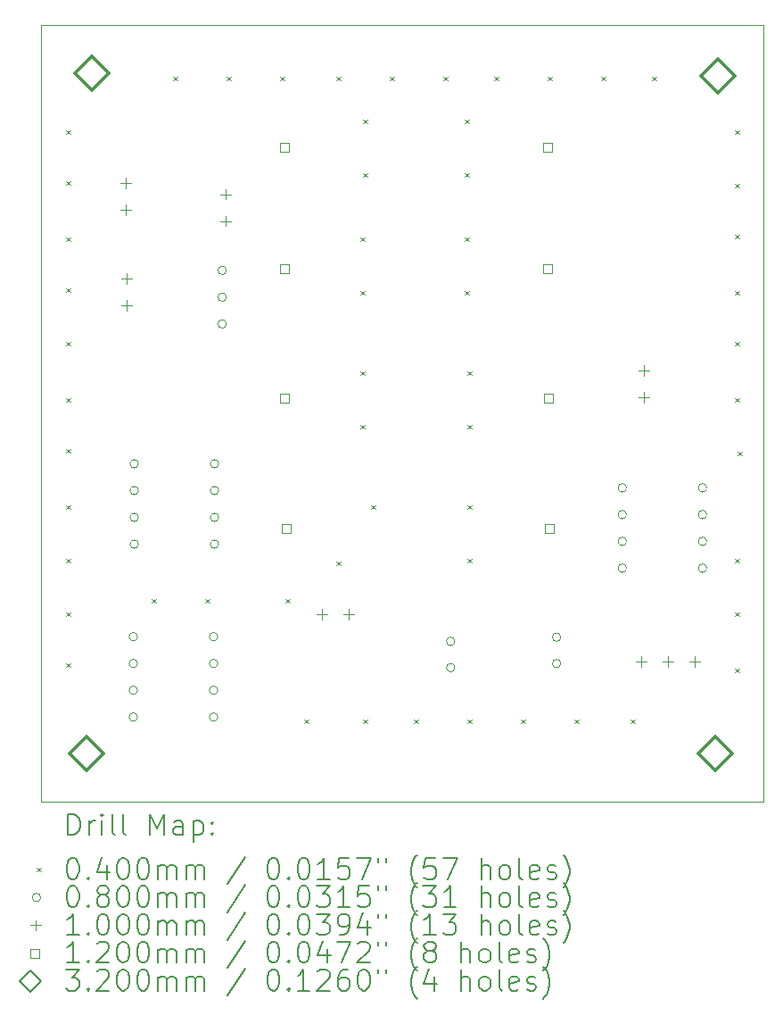
<source format=gbr>
%TF.GenerationSoftware,KiCad,Pcbnew,(6.0.9)*%
%TF.CreationDate,2022-12-01T15:56:27+01:00*%
%TF.ProjectId,Twin-T,5477696e-2d54-42e6-9b69-6361645f7063,rev?*%
%TF.SameCoordinates,Original*%
%TF.FileFunction,Drillmap*%
%TF.FilePolarity,Positive*%
%FSLAX45Y45*%
G04 Gerber Fmt 4.5, Leading zero omitted, Abs format (unit mm)*
G04 Created by KiCad (PCBNEW (6.0.9)) date 2022-12-01 15:56:27*
%MOMM*%
%LPD*%
G01*
G04 APERTURE LIST*
%ADD10C,0.100000*%
%ADD11C,0.200000*%
%ADD12C,0.040000*%
%ADD13C,0.080000*%
%ADD14C,0.120000*%
%ADD15C,0.320000*%
G04 APERTURE END LIST*
D10*
X17754600Y-13309600D02*
X17754600Y-5943600D01*
X17754600Y-5943600D02*
X10896600Y-5943600D01*
X10896600Y-13309600D02*
X17754600Y-13309600D01*
X10896600Y-5943600D02*
X10896600Y-13309600D01*
D11*
D12*
X11130600Y-6939600D02*
X11170600Y-6979600D01*
X11170600Y-6939600D02*
X11130600Y-6979600D01*
X11130600Y-7422200D02*
X11170600Y-7462200D01*
X11170600Y-7422200D02*
X11130600Y-7462200D01*
X11130600Y-7955600D02*
X11170600Y-7995600D01*
X11170600Y-7955600D02*
X11130600Y-7995600D01*
X11130600Y-8438200D02*
X11170600Y-8478200D01*
X11170600Y-8438200D02*
X11130600Y-8478200D01*
X11130600Y-8946200D02*
X11170600Y-8986200D01*
X11170600Y-8946200D02*
X11130600Y-8986200D01*
X11130600Y-9479600D02*
X11170600Y-9519600D01*
X11170600Y-9479600D02*
X11130600Y-9519600D01*
X11130600Y-9962200D02*
X11170600Y-10002200D01*
X11170600Y-9962200D02*
X11130600Y-10002200D01*
X11130600Y-10495600D02*
X11170600Y-10535600D01*
X11170600Y-10495600D02*
X11130600Y-10535600D01*
X11130600Y-11003600D02*
X11170600Y-11043600D01*
X11170600Y-11003600D02*
X11130600Y-11043600D01*
X11130600Y-11511600D02*
X11170600Y-11551600D01*
X11170600Y-11511600D02*
X11130600Y-11551600D01*
X11130600Y-11994200D02*
X11170600Y-12034200D01*
X11170600Y-11994200D02*
X11130600Y-12034200D01*
X11943400Y-11384600D02*
X11983400Y-11424600D01*
X11983400Y-11384600D02*
X11943400Y-11424600D01*
X12146600Y-6431600D02*
X12186600Y-6471600D01*
X12186600Y-6431600D02*
X12146600Y-6471600D01*
X12451400Y-11384600D02*
X12491400Y-11424600D01*
X12491400Y-11384600D02*
X12451400Y-11424600D01*
X12654600Y-6431600D02*
X12694600Y-6471600D01*
X12694600Y-6431600D02*
X12654600Y-6471600D01*
X13162600Y-6431600D02*
X13202600Y-6471600D01*
X13202600Y-6431600D02*
X13162600Y-6471600D01*
X13213400Y-11384600D02*
X13253400Y-11424600D01*
X13253400Y-11384600D02*
X13213400Y-11424600D01*
X13391200Y-12527600D02*
X13431200Y-12567600D01*
X13431200Y-12527600D02*
X13391200Y-12567600D01*
X13696000Y-6431600D02*
X13736000Y-6471600D01*
X13736000Y-6431600D02*
X13696000Y-6471600D01*
X13696000Y-11029000D02*
X13736000Y-11069000D01*
X13736000Y-11029000D02*
X13696000Y-11069000D01*
X13924600Y-7955600D02*
X13964600Y-7995600D01*
X13964600Y-7955600D02*
X13924600Y-7995600D01*
X13924600Y-8463600D02*
X13964600Y-8503600D01*
X13964600Y-8463600D02*
X13924600Y-8503600D01*
X13924600Y-9225600D02*
X13964600Y-9265600D01*
X13964600Y-9225600D02*
X13924600Y-9265600D01*
X13924600Y-9733600D02*
X13964600Y-9773600D01*
X13964600Y-9733600D02*
X13924600Y-9773600D01*
X13950000Y-6838000D02*
X13990000Y-6878000D01*
X13990000Y-6838000D02*
X13950000Y-6878000D01*
X13950000Y-7346000D02*
X13990000Y-7386000D01*
X13990000Y-7346000D02*
X13950000Y-7386000D01*
X13950000Y-12527600D02*
X13990000Y-12567600D01*
X13990000Y-12527600D02*
X13950000Y-12567600D01*
X14026200Y-10495600D02*
X14066200Y-10535600D01*
X14066200Y-10495600D02*
X14026200Y-10535600D01*
X14204000Y-6431600D02*
X14244000Y-6471600D01*
X14244000Y-6431600D02*
X14204000Y-6471600D01*
X14432600Y-12527600D02*
X14472600Y-12567600D01*
X14472600Y-12527600D02*
X14432600Y-12567600D01*
X14712000Y-6431600D02*
X14752000Y-6471600D01*
X14752000Y-6431600D02*
X14712000Y-6471600D01*
X14915200Y-6838000D02*
X14955200Y-6878000D01*
X14955200Y-6838000D02*
X14915200Y-6878000D01*
X14915200Y-7346000D02*
X14955200Y-7386000D01*
X14955200Y-7346000D02*
X14915200Y-7386000D01*
X14915200Y-7955600D02*
X14955200Y-7995600D01*
X14955200Y-7955600D02*
X14915200Y-7995600D01*
X14915200Y-8463600D02*
X14955200Y-8503600D01*
X14955200Y-8463600D02*
X14915200Y-8503600D01*
X14940600Y-9225600D02*
X14980600Y-9265600D01*
X14980600Y-9225600D02*
X14940600Y-9265600D01*
X14940600Y-9733600D02*
X14980600Y-9773600D01*
X14980600Y-9733600D02*
X14940600Y-9773600D01*
X14940600Y-10495600D02*
X14980600Y-10535600D01*
X14980600Y-10495600D02*
X14940600Y-10535600D01*
X14940600Y-11003600D02*
X14980600Y-11043600D01*
X14980600Y-11003600D02*
X14940600Y-11043600D01*
X14940600Y-12527600D02*
X14980600Y-12567600D01*
X14980600Y-12527600D02*
X14940600Y-12567600D01*
X15194600Y-6431600D02*
X15234600Y-6471600D01*
X15234600Y-6431600D02*
X15194600Y-6471600D01*
X15448600Y-12527600D02*
X15488600Y-12567600D01*
X15488600Y-12527600D02*
X15448600Y-12567600D01*
X15702600Y-6431600D02*
X15742600Y-6471600D01*
X15742600Y-6431600D02*
X15702600Y-6471600D01*
X15956600Y-12527600D02*
X15996600Y-12567600D01*
X15996600Y-12527600D02*
X15956600Y-12567600D01*
X16210600Y-6431600D02*
X16250600Y-6471600D01*
X16250600Y-6431600D02*
X16210600Y-6471600D01*
X16490000Y-12527600D02*
X16530000Y-12567600D01*
X16530000Y-12527600D02*
X16490000Y-12567600D01*
X16693200Y-6431600D02*
X16733200Y-6471600D01*
X16733200Y-6431600D02*
X16693200Y-6471600D01*
X17480600Y-6939600D02*
X17520600Y-6979600D01*
X17520600Y-6939600D02*
X17480600Y-6979600D01*
X17480600Y-7447600D02*
X17520600Y-7487600D01*
X17520600Y-7447600D02*
X17480600Y-7487600D01*
X17480600Y-7930200D02*
X17520600Y-7970200D01*
X17520600Y-7930200D02*
X17480600Y-7970200D01*
X17480600Y-8463600D02*
X17520600Y-8503600D01*
X17520600Y-8463600D02*
X17480600Y-8503600D01*
X17480600Y-8946200D02*
X17520600Y-8986200D01*
X17520600Y-8946200D02*
X17480600Y-8986200D01*
X17480600Y-9479600D02*
X17520600Y-9519600D01*
X17520600Y-9479600D02*
X17480600Y-9519600D01*
X17480600Y-11003600D02*
X17520600Y-11043600D01*
X17520600Y-11003600D02*
X17480600Y-11043600D01*
X17480600Y-11511600D02*
X17520600Y-11551600D01*
X17520600Y-11511600D02*
X17480600Y-11551600D01*
X17480600Y-12045000D02*
X17520600Y-12085000D01*
X17520600Y-12045000D02*
X17480600Y-12085000D01*
X17506000Y-9987600D02*
X17546000Y-10027600D01*
X17546000Y-9987600D02*
X17506000Y-10027600D01*
D13*
X11810360Y-11744960D02*
G75*
G03*
X11810360Y-11744960I-40000J0D01*
G01*
X11810360Y-11998960D02*
G75*
G03*
X11810360Y-11998960I-40000J0D01*
G01*
X11810360Y-12252960D02*
G75*
G03*
X11810360Y-12252960I-40000J0D01*
G01*
X11810360Y-12506960D02*
G75*
G03*
X11810360Y-12506960I-40000J0D01*
G01*
X11819020Y-10105120D02*
G75*
G03*
X11819020Y-10105120I-40000J0D01*
G01*
X11819020Y-10359120D02*
G75*
G03*
X11819020Y-10359120I-40000J0D01*
G01*
X11819020Y-10613120D02*
G75*
G03*
X11819020Y-10613120I-40000J0D01*
G01*
X11819020Y-10867120D02*
G75*
G03*
X11819020Y-10867120I-40000J0D01*
G01*
X12572360Y-11744960D02*
G75*
G03*
X12572360Y-11744960I-40000J0D01*
G01*
X12572360Y-11998960D02*
G75*
G03*
X12572360Y-11998960I-40000J0D01*
G01*
X12572360Y-12252960D02*
G75*
G03*
X12572360Y-12252960I-40000J0D01*
G01*
X12572360Y-12506960D02*
G75*
G03*
X12572360Y-12506960I-40000J0D01*
G01*
X12581020Y-10105120D02*
G75*
G03*
X12581020Y-10105120I-40000J0D01*
G01*
X12581020Y-10359120D02*
G75*
G03*
X12581020Y-10359120I-40000J0D01*
G01*
X12581020Y-10613120D02*
G75*
G03*
X12581020Y-10613120I-40000J0D01*
G01*
X12581020Y-10867120D02*
G75*
G03*
X12581020Y-10867120I-40000J0D01*
G01*
X12653640Y-8271240D02*
G75*
G03*
X12653640Y-8271240I-40000J0D01*
G01*
X12653640Y-8525240D02*
G75*
G03*
X12653640Y-8525240I-40000J0D01*
G01*
X12653640Y-8779240D02*
G75*
G03*
X12653640Y-8779240I-40000J0D01*
G01*
X14822800Y-11789600D02*
G75*
G03*
X14822800Y-11789600I-40000J0D01*
G01*
X14822800Y-12039600D02*
G75*
G03*
X14822800Y-12039600I-40000J0D01*
G01*
X15828640Y-11750358D02*
G75*
G03*
X15828640Y-11750358I-40000J0D01*
G01*
X15828640Y-12000358D02*
G75*
G03*
X15828640Y-12000358I-40000J0D01*
G01*
X16451980Y-10333720D02*
G75*
G03*
X16451980Y-10333720I-40000J0D01*
G01*
X16451980Y-10587720D02*
G75*
G03*
X16451980Y-10587720I-40000J0D01*
G01*
X16451980Y-10841720D02*
G75*
G03*
X16451980Y-10841720I-40000J0D01*
G01*
X16451980Y-11095720D02*
G75*
G03*
X16451980Y-11095720I-40000J0D01*
G01*
X17213980Y-10333720D02*
G75*
G03*
X17213980Y-10333720I-40000J0D01*
G01*
X17213980Y-10587720D02*
G75*
G03*
X17213980Y-10587720I-40000J0D01*
G01*
X17213980Y-10841720D02*
G75*
G03*
X17213980Y-10841720I-40000J0D01*
G01*
X17213980Y-11095720D02*
G75*
G03*
X17213980Y-11095720I-40000J0D01*
G01*
D10*
X11699240Y-7392200D02*
X11699240Y-7492200D01*
X11649240Y-7442200D02*
X11749240Y-7442200D01*
X11699240Y-7646200D02*
X11699240Y-7746200D01*
X11649240Y-7696200D02*
X11749240Y-7696200D01*
X11704320Y-8301520D02*
X11704320Y-8401520D01*
X11654320Y-8351520D02*
X11754320Y-8351520D01*
X11704320Y-8555520D02*
X11704320Y-8655520D01*
X11654320Y-8605520D02*
X11754320Y-8605520D01*
X12644120Y-7498880D02*
X12644120Y-7598880D01*
X12594120Y-7548880D02*
X12694120Y-7548880D01*
X12644120Y-7752880D02*
X12644120Y-7852880D01*
X12594120Y-7802880D02*
X12694120Y-7802880D01*
X13561600Y-11484100D02*
X13561600Y-11584100D01*
X13511600Y-11534100D02*
X13611600Y-11534100D01*
X13815600Y-11484100D02*
X13815600Y-11584100D01*
X13765600Y-11534100D02*
X13865600Y-11534100D01*
X16591280Y-11928640D02*
X16591280Y-12028640D01*
X16541280Y-11978640D02*
X16641280Y-11978640D01*
X16614100Y-9172200D02*
X16614100Y-9272200D01*
X16564100Y-9222200D02*
X16664100Y-9222200D01*
X16614100Y-9426200D02*
X16614100Y-9526200D01*
X16564100Y-9476200D02*
X16664100Y-9476200D01*
X16845280Y-11928640D02*
X16845280Y-12028640D01*
X16795280Y-11978640D02*
X16895280Y-11978640D01*
X17099280Y-11928640D02*
X17099280Y-12028640D01*
X17049280Y-11978640D02*
X17149280Y-11978640D01*
D14*
X13245027Y-7144267D02*
X13245027Y-7059413D01*
X13160173Y-7059413D01*
X13160173Y-7144267D01*
X13245027Y-7144267D01*
X13245027Y-8297427D02*
X13245027Y-8212573D01*
X13160173Y-8212573D01*
X13160173Y-8297427D01*
X13245027Y-8297427D01*
X13250107Y-9526787D02*
X13250107Y-9441933D01*
X13165253Y-9441933D01*
X13165253Y-9526787D01*
X13250107Y-9526787D01*
X13265667Y-10761227D02*
X13265667Y-10676373D01*
X13180813Y-10676373D01*
X13180813Y-10761227D01*
X13265667Y-10761227D01*
X15745027Y-7144267D02*
X15745027Y-7059413D01*
X15660173Y-7059413D01*
X15660173Y-7144267D01*
X15745027Y-7144267D01*
X15745027Y-8297427D02*
X15745027Y-8212573D01*
X15660173Y-8212573D01*
X15660173Y-8297427D01*
X15745027Y-8297427D01*
X15750107Y-9526787D02*
X15750107Y-9441933D01*
X15665253Y-9441933D01*
X15665253Y-9526787D01*
X15750107Y-9526787D01*
X15765667Y-10761227D02*
X15765667Y-10676373D01*
X15680813Y-10676373D01*
X15680813Y-10761227D01*
X15765667Y-10761227D01*
D15*
X11328400Y-13012400D02*
X11488400Y-12852400D01*
X11328400Y-12692400D01*
X11168400Y-12852400D01*
X11328400Y-13012400D01*
X11379200Y-6560800D02*
X11539200Y-6400800D01*
X11379200Y-6240800D01*
X11219200Y-6400800D01*
X11379200Y-6560800D01*
X17297400Y-13012400D02*
X17457400Y-12852400D01*
X17297400Y-12692400D01*
X17137400Y-12852400D01*
X17297400Y-13012400D01*
X17322800Y-6586200D02*
X17482800Y-6426200D01*
X17322800Y-6266200D01*
X17162800Y-6426200D01*
X17322800Y-6586200D01*
D11*
X11149219Y-13625076D02*
X11149219Y-13425076D01*
X11196838Y-13425076D01*
X11225409Y-13434600D01*
X11244457Y-13453648D01*
X11253981Y-13472695D01*
X11263505Y-13510790D01*
X11263505Y-13539362D01*
X11253981Y-13577457D01*
X11244457Y-13596505D01*
X11225409Y-13615552D01*
X11196838Y-13625076D01*
X11149219Y-13625076D01*
X11349219Y-13625076D02*
X11349219Y-13491743D01*
X11349219Y-13529838D02*
X11358743Y-13510790D01*
X11368267Y-13501267D01*
X11387314Y-13491743D01*
X11406362Y-13491743D01*
X11473028Y-13625076D02*
X11473028Y-13491743D01*
X11473028Y-13425076D02*
X11463505Y-13434600D01*
X11473028Y-13444124D01*
X11482552Y-13434600D01*
X11473028Y-13425076D01*
X11473028Y-13444124D01*
X11596838Y-13625076D02*
X11577790Y-13615552D01*
X11568267Y-13596505D01*
X11568267Y-13425076D01*
X11701600Y-13625076D02*
X11682552Y-13615552D01*
X11673028Y-13596505D01*
X11673028Y-13425076D01*
X11930171Y-13625076D02*
X11930171Y-13425076D01*
X11996838Y-13567933D01*
X12063505Y-13425076D01*
X12063505Y-13625076D01*
X12244457Y-13625076D02*
X12244457Y-13520314D01*
X12234933Y-13501267D01*
X12215886Y-13491743D01*
X12177790Y-13491743D01*
X12158743Y-13501267D01*
X12244457Y-13615552D02*
X12225409Y-13625076D01*
X12177790Y-13625076D01*
X12158743Y-13615552D01*
X12149219Y-13596505D01*
X12149219Y-13577457D01*
X12158743Y-13558409D01*
X12177790Y-13548886D01*
X12225409Y-13548886D01*
X12244457Y-13539362D01*
X12339695Y-13491743D02*
X12339695Y-13691743D01*
X12339695Y-13501267D02*
X12358743Y-13491743D01*
X12396838Y-13491743D01*
X12415886Y-13501267D01*
X12425409Y-13510790D01*
X12434933Y-13529838D01*
X12434933Y-13586981D01*
X12425409Y-13606028D01*
X12415886Y-13615552D01*
X12396838Y-13625076D01*
X12358743Y-13625076D01*
X12339695Y-13615552D01*
X12520648Y-13606028D02*
X12530171Y-13615552D01*
X12520648Y-13625076D01*
X12511124Y-13615552D01*
X12520648Y-13606028D01*
X12520648Y-13625076D01*
X12520648Y-13501267D02*
X12530171Y-13510790D01*
X12520648Y-13520314D01*
X12511124Y-13510790D01*
X12520648Y-13501267D01*
X12520648Y-13520314D01*
D12*
X10851600Y-13934600D02*
X10891600Y-13974600D01*
X10891600Y-13934600D02*
X10851600Y-13974600D01*
D11*
X11187314Y-13845076D02*
X11206362Y-13845076D01*
X11225409Y-13854600D01*
X11234933Y-13864124D01*
X11244457Y-13883171D01*
X11253981Y-13921267D01*
X11253981Y-13968886D01*
X11244457Y-14006981D01*
X11234933Y-14026028D01*
X11225409Y-14035552D01*
X11206362Y-14045076D01*
X11187314Y-14045076D01*
X11168267Y-14035552D01*
X11158743Y-14026028D01*
X11149219Y-14006981D01*
X11139695Y-13968886D01*
X11139695Y-13921267D01*
X11149219Y-13883171D01*
X11158743Y-13864124D01*
X11168267Y-13854600D01*
X11187314Y-13845076D01*
X11339695Y-14026028D02*
X11349219Y-14035552D01*
X11339695Y-14045076D01*
X11330171Y-14035552D01*
X11339695Y-14026028D01*
X11339695Y-14045076D01*
X11520648Y-13911743D02*
X11520648Y-14045076D01*
X11473028Y-13835552D02*
X11425409Y-13978409D01*
X11549219Y-13978409D01*
X11663505Y-13845076D02*
X11682552Y-13845076D01*
X11701600Y-13854600D01*
X11711124Y-13864124D01*
X11720648Y-13883171D01*
X11730171Y-13921267D01*
X11730171Y-13968886D01*
X11720648Y-14006981D01*
X11711124Y-14026028D01*
X11701600Y-14035552D01*
X11682552Y-14045076D01*
X11663505Y-14045076D01*
X11644457Y-14035552D01*
X11634933Y-14026028D01*
X11625409Y-14006981D01*
X11615886Y-13968886D01*
X11615886Y-13921267D01*
X11625409Y-13883171D01*
X11634933Y-13864124D01*
X11644457Y-13854600D01*
X11663505Y-13845076D01*
X11853981Y-13845076D02*
X11873028Y-13845076D01*
X11892076Y-13854600D01*
X11901600Y-13864124D01*
X11911124Y-13883171D01*
X11920648Y-13921267D01*
X11920648Y-13968886D01*
X11911124Y-14006981D01*
X11901600Y-14026028D01*
X11892076Y-14035552D01*
X11873028Y-14045076D01*
X11853981Y-14045076D01*
X11834933Y-14035552D01*
X11825409Y-14026028D01*
X11815886Y-14006981D01*
X11806362Y-13968886D01*
X11806362Y-13921267D01*
X11815886Y-13883171D01*
X11825409Y-13864124D01*
X11834933Y-13854600D01*
X11853981Y-13845076D01*
X12006362Y-14045076D02*
X12006362Y-13911743D01*
X12006362Y-13930790D02*
X12015886Y-13921267D01*
X12034933Y-13911743D01*
X12063505Y-13911743D01*
X12082552Y-13921267D01*
X12092076Y-13940314D01*
X12092076Y-14045076D01*
X12092076Y-13940314D02*
X12101600Y-13921267D01*
X12120648Y-13911743D01*
X12149219Y-13911743D01*
X12168267Y-13921267D01*
X12177790Y-13940314D01*
X12177790Y-14045076D01*
X12273028Y-14045076D02*
X12273028Y-13911743D01*
X12273028Y-13930790D02*
X12282552Y-13921267D01*
X12301600Y-13911743D01*
X12330171Y-13911743D01*
X12349219Y-13921267D01*
X12358743Y-13940314D01*
X12358743Y-14045076D01*
X12358743Y-13940314D02*
X12368267Y-13921267D01*
X12387314Y-13911743D01*
X12415886Y-13911743D01*
X12434933Y-13921267D01*
X12444457Y-13940314D01*
X12444457Y-14045076D01*
X12834933Y-13835552D02*
X12663505Y-14092695D01*
X13092076Y-13845076D02*
X13111124Y-13845076D01*
X13130171Y-13854600D01*
X13139695Y-13864124D01*
X13149219Y-13883171D01*
X13158743Y-13921267D01*
X13158743Y-13968886D01*
X13149219Y-14006981D01*
X13139695Y-14026028D01*
X13130171Y-14035552D01*
X13111124Y-14045076D01*
X13092076Y-14045076D01*
X13073028Y-14035552D01*
X13063505Y-14026028D01*
X13053981Y-14006981D01*
X13044457Y-13968886D01*
X13044457Y-13921267D01*
X13053981Y-13883171D01*
X13063505Y-13864124D01*
X13073028Y-13854600D01*
X13092076Y-13845076D01*
X13244457Y-14026028D02*
X13253981Y-14035552D01*
X13244457Y-14045076D01*
X13234933Y-14035552D01*
X13244457Y-14026028D01*
X13244457Y-14045076D01*
X13377790Y-13845076D02*
X13396838Y-13845076D01*
X13415886Y-13854600D01*
X13425409Y-13864124D01*
X13434933Y-13883171D01*
X13444457Y-13921267D01*
X13444457Y-13968886D01*
X13434933Y-14006981D01*
X13425409Y-14026028D01*
X13415886Y-14035552D01*
X13396838Y-14045076D01*
X13377790Y-14045076D01*
X13358743Y-14035552D01*
X13349219Y-14026028D01*
X13339695Y-14006981D01*
X13330171Y-13968886D01*
X13330171Y-13921267D01*
X13339695Y-13883171D01*
X13349219Y-13864124D01*
X13358743Y-13854600D01*
X13377790Y-13845076D01*
X13634933Y-14045076D02*
X13520648Y-14045076D01*
X13577790Y-14045076D02*
X13577790Y-13845076D01*
X13558743Y-13873648D01*
X13539695Y-13892695D01*
X13520648Y-13902219D01*
X13815886Y-13845076D02*
X13720648Y-13845076D01*
X13711124Y-13940314D01*
X13720648Y-13930790D01*
X13739695Y-13921267D01*
X13787314Y-13921267D01*
X13806362Y-13930790D01*
X13815886Y-13940314D01*
X13825409Y-13959362D01*
X13825409Y-14006981D01*
X13815886Y-14026028D01*
X13806362Y-14035552D01*
X13787314Y-14045076D01*
X13739695Y-14045076D01*
X13720648Y-14035552D01*
X13711124Y-14026028D01*
X13892076Y-13845076D02*
X14025409Y-13845076D01*
X13939695Y-14045076D01*
X14092076Y-13845076D02*
X14092076Y-13883171D01*
X14168267Y-13845076D02*
X14168267Y-13883171D01*
X14463505Y-14121267D02*
X14453981Y-14111743D01*
X14434933Y-14083171D01*
X14425409Y-14064124D01*
X14415886Y-14035552D01*
X14406362Y-13987933D01*
X14406362Y-13949838D01*
X14415886Y-13902219D01*
X14425409Y-13873648D01*
X14434933Y-13854600D01*
X14453981Y-13826028D01*
X14463505Y-13816505D01*
X14634933Y-13845076D02*
X14539695Y-13845076D01*
X14530171Y-13940314D01*
X14539695Y-13930790D01*
X14558743Y-13921267D01*
X14606362Y-13921267D01*
X14625409Y-13930790D01*
X14634933Y-13940314D01*
X14644457Y-13959362D01*
X14644457Y-14006981D01*
X14634933Y-14026028D01*
X14625409Y-14035552D01*
X14606362Y-14045076D01*
X14558743Y-14045076D01*
X14539695Y-14035552D01*
X14530171Y-14026028D01*
X14711124Y-13845076D02*
X14844457Y-13845076D01*
X14758743Y-14045076D01*
X15073028Y-14045076D02*
X15073028Y-13845076D01*
X15158743Y-14045076D02*
X15158743Y-13940314D01*
X15149219Y-13921267D01*
X15130171Y-13911743D01*
X15101600Y-13911743D01*
X15082552Y-13921267D01*
X15073028Y-13930790D01*
X15282552Y-14045076D02*
X15263505Y-14035552D01*
X15253981Y-14026028D01*
X15244457Y-14006981D01*
X15244457Y-13949838D01*
X15253981Y-13930790D01*
X15263505Y-13921267D01*
X15282552Y-13911743D01*
X15311124Y-13911743D01*
X15330171Y-13921267D01*
X15339695Y-13930790D01*
X15349219Y-13949838D01*
X15349219Y-14006981D01*
X15339695Y-14026028D01*
X15330171Y-14035552D01*
X15311124Y-14045076D01*
X15282552Y-14045076D01*
X15463505Y-14045076D02*
X15444457Y-14035552D01*
X15434933Y-14016505D01*
X15434933Y-13845076D01*
X15615886Y-14035552D02*
X15596838Y-14045076D01*
X15558743Y-14045076D01*
X15539695Y-14035552D01*
X15530171Y-14016505D01*
X15530171Y-13940314D01*
X15539695Y-13921267D01*
X15558743Y-13911743D01*
X15596838Y-13911743D01*
X15615886Y-13921267D01*
X15625409Y-13940314D01*
X15625409Y-13959362D01*
X15530171Y-13978409D01*
X15701600Y-14035552D02*
X15720648Y-14045076D01*
X15758743Y-14045076D01*
X15777790Y-14035552D01*
X15787314Y-14016505D01*
X15787314Y-14006981D01*
X15777790Y-13987933D01*
X15758743Y-13978409D01*
X15730171Y-13978409D01*
X15711124Y-13968886D01*
X15701600Y-13949838D01*
X15701600Y-13940314D01*
X15711124Y-13921267D01*
X15730171Y-13911743D01*
X15758743Y-13911743D01*
X15777790Y-13921267D01*
X15853981Y-14121267D02*
X15863505Y-14111743D01*
X15882552Y-14083171D01*
X15892076Y-14064124D01*
X15901600Y-14035552D01*
X15911124Y-13987933D01*
X15911124Y-13949838D01*
X15901600Y-13902219D01*
X15892076Y-13873648D01*
X15882552Y-13854600D01*
X15863505Y-13826028D01*
X15853981Y-13816505D01*
D13*
X10891600Y-14218600D02*
G75*
G03*
X10891600Y-14218600I-40000J0D01*
G01*
D11*
X11187314Y-14109076D02*
X11206362Y-14109076D01*
X11225409Y-14118600D01*
X11234933Y-14128124D01*
X11244457Y-14147171D01*
X11253981Y-14185267D01*
X11253981Y-14232886D01*
X11244457Y-14270981D01*
X11234933Y-14290028D01*
X11225409Y-14299552D01*
X11206362Y-14309076D01*
X11187314Y-14309076D01*
X11168267Y-14299552D01*
X11158743Y-14290028D01*
X11149219Y-14270981D01*
X11139695Y-14232886D01*
X11139695Y-14185267D01*
X11149219Y-14147171D01*
X11158743Y-14128124D01*
X11168267Y-14118600D01*
X11187314Y-14109076D01*
X11339695Y-14290028D02*
X11349219Y-14299552D01*
X11339695Y-14309076D01*
X11330171Y-14299552D01*
X11339695Y-14290028D01*
X11339695Y-14309076D01*
X11463505Y-14194790D02*
X11444457Y-14185267D01*
X11434933Y-14175743D01*
X11425409Y-14156695D01*
X11425409Y-14147171D01*
X11434933Y-14128124D01*
X11444457Y-14118600D01*
X11463505Y-14109076D01*
X11501600Y-14109076D01*
X11520648Y-14118600D01*
X11530171Y-14128124D01*
X11539695Y-14147171D01*
X11539695Y-14156695D01*
X11530171Y-14175743D01*
X11520648Y-14185267D01*
X11501600Y-14194790D01*
X11463505Y-14194790D01*
X11444457Y-14204314D01*
X11434933Y-14213838D01*
X11425409Y-14232886D01*
X11425409Y-14270981D01*
X11434933Y-14290028D01*
X11444457Y-14299552D01*
X11463505Y-14309076D01*
X11501600Y-14309076D01*
X11520648Y-14299552D01*
X11530171Y-14290028D01*
X11539695Y-14270981D01*
X11539695Y-14232886D01*
X11530171Y-14213838D01*
X11520648Y-14204314D01*
X11501600Y-14194790D01*
X11663505Y-14109076D02*
X11682552Y-14109076D01*
X11701600Y-14118600D01*
X11711124Y-14128124D01*
X11720648Y-14147171D01*
X11730171Y-14185267D01*
X11730171Y-14232886D01*
X11720648Y-14270981D01*
X11711124Y-14290028D01*
X11701600Y-14299552D01*
X11682552Y-14309076D01*
X11663505Y-14309076D01*
X11644457Y-14299552D01*
X11634933Y-14290028D01*
X11625409Y-14270981D01*
X11615886Y-14232886D01*
X11615886Y-14185267D01*
X11625409Y-14147171D01*
X11634933Y-14128124D01*
X11644457Y-14118600D01*
X11663505Y-14109076D01*
X11853981Y-14109076D02*
X11873028Y-14109076D01*
X11892076Y-14118600D01*
X11901600Y-14128124D01*
X11911124Y-14147171D01*
X11920648Y-14185267D01*
X11920648Y-14232886D01*
X11911124Y-14270981D01*
X11901600Y-14290028D01*
X11892076Y-14299552D01*
X11873028Y-14309076D01*
X11853981Y-14309076D01*
X11834933Y-14299552D01*
X11825409Y-14290028D01*
X11815886Y-14270981D01*
X11806362Y-14232886D01*
X11806362Y-14185267D01*
X11815886Y-14147171D01*
X11825409Y-14128124D01*
X11834933Y-14118600D01*
X11853981Y-14109076D01*
X12006362Y-14309076D02*
X12006362Y-14175743D01*
X12006362Y-14194790D02*
X12015886Y-14185267D01*
X12034933Y-14175743D01*
X12063505Y-14175743D01*
X12082552Y-14185267D01*
X12092076Y-14204314D01*
X12092076Y-14309076D01*
X12092076Y-14204314D02*
X12101600Y-14185267D01*
X12120648Y-14175743D01*
X12149219Y-14175743D01*
X12168267Y-14185267D01*
X12177790Y-14204314D01*
X12177790Y-14309076D01*
X12273028Y-14309076D02*
X12273028Y-14175743D01*
X12273028Y-14194790D02*
X12282552Y-14185267D01*
X12301600Y-14175743D01*
X12330171Y-14175743D01*
X12349219Y-14185267D01*
X12358743Y-14204314D01*
X12358743Y-14309076D01*
X12358743Y-14204314D02*
X12368267Y-14185267D01*
X12387314Y-14175743D01*
X12415886Y-14175743D01*
X12434933Y-14185267D01*
X12444457Y-14204314D01*
X12444457Y-14309076D01*
X12834933Y-14099552D02*
X12663505Y-14356695D01*
X13092076Y-14109076D02*
X13111124Y-14109076D01*
X13130171Y-14118600D01*
X13139695Y-14128124D01*
X13149219Y-14147171D01*
X13158743Y-14185267D01*
X13158743Y-14232886D01*
X13149219Y-14270981D01*
X13139695Y-14290028D01*
X13130171Y-14299552D01*
X13111124Y-14309076D01*
X13092076Y-14309076D01*
X13073028Y-14299552D01*
X13063505Y-14290028D01*
X13053981Y-14270981D01*
X13044457Y-14232886D01*
X13044457Y-14185267D01*
X13053981Y-14147171D01*
X13063505Y-14128124D01*
X13073028Y-14118600D01*
X13092076Y-14109076D01*
X13244457Y-14290028D02*
X13253981Y-14299552D01*
X13244457Y-14309076D01*
X13234933Y-14299552D01*
X13244457Y-14290028D01*
X13244457Y-14309076D01*
X13377790Y-14109076D02*
X13396838Y-14109076D01*
X13415886Y-14118600D01*
X13425409Y-14128124D01*
X13434933Y-14147171D01*
X13444457Y-14185267D01*
X13444457Y-14232886D01*
X13434933Y-14270981D01*
X13425409Y-14290028D01*
X13415886Y-14299552D01*
X13396838Y-14309076D01*
X13377790Y-14309076D01*
X13358743Y-14299552D01*
X13349219Y-14290028D01*
X13339695Y-14270981D01*
X13330171Y-14232886D01*
X13330171Y-14185267D01*
X13339695Y-14147171D01*
X13349219Y-14128124D01*
X13358743Y-14118600D01*
X13377790Y-14109076D01*
X13511124Y-14109076D02*
X13634933Y-14109076D01*
X13568267Y-14185267D01*
X13596838Y-14185267D01*
X13615886Y-14194790D01*
X13625409Y-14204314D01*
X13634933Y-14223362D01*
X13634933Y-14270981D01*
X13625409Y-14290028D01*
X13615886Y-14299552D01*
X13596838Y-14309076D01*
X13539695Y-14309076D01*
X13520648Y-14299552D01*
X13511124Y-14290028D01*
X13825409Y-14309076D02*
X13711124Y-14309076D01*
X13768267Y-14309076D02*
X13768267Y-14109076D01*
X13749219Y-14137648D01*
X13730171Y-14156695D01*
X13711124Y-14166219D01*
X14006362Y-14109076D02*
X13911124Y-14109076D01*
X13901600Y-14204314D01*
X13911124Y-14194790D01*
X13930171Y-14185267D01*
X13977790Y-14185267D01*
X13996838Y-14194790D01*
X14006362Y-14204314D01*
X14015886Y-14223362D01*
X14015886Y-14270981D01*
X14006362Y-14290028D01*
X13996838Y-14299552D01*
X13977790Y-14309076D01*
X13930171Y-14309076D01*
X13911124Y-14299552D01*
X13901600Y-14290028D01*
X14092076Y-14109076D02*
X14092076Y-14147171D01*
X14168267Y-14109076D02*
X14168267Y-14147171D01*
X14463505Y-14385267D02*
X14453981Y-14375743D01*
X14434933Y-14347171D01*
X14425409Y-14328124D01*
X14415886Y-14299552D01*
X14406362Y-14251933D01*
X14406362Y-14213838D01*
X14415886Y-14166219D01*
X14425409Y-14137648D01*
X14434933Y-14118600D01*
X14453981Y-14090028D01*
X14463505Y-14080505D01*
X14520648Y-14109076D02*
X14644457Y-14109076D01*
X14577790Y-14185267D01*
X14606362Y-14185267D01*
X14625409Y-14194790D01*
X14634933Y-14204314D01*
X14644457Y-14223362D01*
X14644457Y-14270981D01*
X14634933Y-14290028D01*
X14625409Y-14299552D01*
X14606362Y-14309076D01*
X14549219Y-14309076D01*
X14530171Y-14299552D01*
X14520648Y-14290028D01*
X14834933Y-14309076D02*
X14720648Y-14309076D01*
X14777790Y-14309076D02*
X14777790Y-14109076D01*
X14758743Y-14137648D01*
X14739695Y-14156695D01*
X14720648Y-14166219D01*
X15073028Y-14309076D02*
X15073028Y-14109076D01*
X15158743Y-14309076D02*
X15158743Y-14204314D01*
X15149219Y-14185267D01*
X15130171Y-14175743D01*
X15101600Y-14175743D01*
X15082552Y-14185267D01*
X15073028Y-14194790D01*
X15282552Y-14309076D02*
X15263505Y-14299552D01*
X15253981Y-14290028D01*
X15244457Y-14270981D01*
X15244457Y-14213838D01*
X15253981Y-14194790D01*
X15263505Y-14185267D01*
X15282552Y-14175743D01*
X15311124Y-14175743D01*
X15330171Y-14185267D01*
X15339695Y-14194790D01*
X15349219Y-14213838D01*
X15349219Y-14270981D01*
X15339695Y-14290028D01*
X15330171Y-14299552D01*
X15311124Y-14309076D01*
X15282552Y-14309076D01*
X15463505Y-14309076D02*
X15444457Y-14299552D01*
X15434933Y-14280505D01*
X15434933Y-14109076D01*
X15615886Y-14299552D02*
X15596838Y-14309076D01*
X15558743Y-14309076D01*
X15539695Y-14299552D01*
X15530171Y-14280505D01*
X15530171Y-14204314D01*
X15539695Y-14185267D01*
X15558743Y-14175743D01*
X15596838Y-14175743D01*
X15615886Y-14185267D01*
X15625409Y-14204314D01*
X15625409Y-14223362D01*
X15530171Y-14242409D01*
X15701600Y-14299552D02*
X15720648Y-14309076D01*
X15758743Y-14309076D01*
X15777790Y-14299552D01*
X15787314Y-14280505D01*
X15787314Y-14270981D01*
X15777790Y-14251933D01*
X15758743Y-14242409D01*
X15730171Y-14242409D01*
X15711124Y-14232886D01*
X15701600Y-14213838D01*
X15701600Y-14204314D01*
X15711124Y-14185267D01*
X15730171Y-14175743D01*
X15758743Y-14175743D01*
X15777790Y-14185267D01*
X15853981Y-14385267D02*
X15863505Y-14375743D01*
X15882552Y-14347171D01*
X15892076Y-14328124D01*
X15901600Y-14299552D01*
X15911124Y-14251933D01*
X15911124Y-14213838D01*
X15901600Y-14166219D01*
X15892076Y-14137648D01*
X15882552Y-14118600D01*
X15863505Y-14090028D01*
X15853981Y-14080505D01*
D10*
X10841600Y-14432600D02*
X10841600Y-14532600D01*
X10791600Y-14482600D02*
X10891600Y-14482600D01*
D11*
X11253981Y-14573076D02*
X11139695Y-14573076D01*
X11196838Y-14573076D02*
X11196838Y-14373076D01*
X11177790Y-14401648D01*
X11158743Y-14420695D01*
X11139695Y-14430219D01*
X11339695Y-14554028D02*
X11349219Y-14563552D01*
X11339695Y-14573076D01*
X11330171Y-14563552D01*
X11339695Y-14554028D01*
X11339695Y-14573076D01*
X11473028Y-14373076D02*
X11492076Y-14373076D01*
X11511124Y-14382600D01*
X11520648Y-14392124D01*
X11530171Y-14411171D01*
X11539695Y-14449267D01*
X11539695Y-14496886D01*
X11530171Y-14534981D01*
X11520648Y-14554028D01*
X11511124Y-14563552D01*
X11492076Y-14573076D01*
X11473028Y-14573076D01*
X11453981Y-14563552D01*
X11444457Y-14554028D01*
X11434933Y-14534981D01*
X11425409Y-14496886D01*
X11425409Y-14449267D01*
X11434933Y-14411171D01*
X11444457Y-14392124D01*
X11453981Y-14382600D01*
X11473028Y-14373076D01*
X11663505Y-14373076D02*
X11682552Y-14373076D01*
X11701600Y-14382600D01*
X11711124Y-14392124D01*
X11720648Y-14411171D01*
X11730171Y-14449267D01*
X11730171Y-14496886D01*
X11720648Y-14534981D01*
X11711124Y-14554028D01*
X11701600Y-14563552D01*
X11682552Y-14573076D01*
X11663505Y-14573076D01*
X11644457Y-14563552D01*
X11634933Y-14554028D01*
X11625409Y-14534981D01*
X11615886Y-14496886D01*
X11615886Y-14449267D01*
X11625409Y-14411171D01*
X11634933Y-14392124D01*
X11644457Y-14382600D01*
X11663505Y-14373076D01*
X11853981Y-14373076D02*
X11873028Y-14373076D01*
X11892076Y-14382600D01*
X11901600Y-14392124D01*
X11911124Y-14411171D01*
X11920648Y-14449267D01*
X11920648Y-14496886D01*
X11911124Y-14534981D01*
X11901600Y-14554028D01*
X11892076Y-14563552D01*
X11873028Y-14573076D01*
X11853981Y-14573076D01*
X11834933Y-14563552D01*
X11825409Y-14554028D01*
X11815886Y-14534981D01*
X11806362Y-14496886D01*
X11806362Y-14449267D01*
X11815886Y-14411171D01*
X11825409Y-14392124D01*
X11834933Y-14382600D01*
X11853981Y-14373076D01*
X12006362Y-14573076D02*
X12006362Y-14439743D01*
X12006362Y-14458790D02*
X12015886Y-14449267D01*
X12034933Y-14439743D01*
X12063505Y-14439743D01*
X12082552Y-14449267D01*
X12092076Y-14468314D01*
X12092076Y-14573076D01*
X12092076Y-14468314D02*
X12101600Y-14449267D01*
X12120648Y-14439743D01*
X12149219Y-14439743D01*
X12168267Y-14449267D01*
X12177790Y-14468314D01*
X12177790Y-14573076D01*
X12273028Y-14573076D02*
X12273028Y-14439743D01*
X12273028Y-14458790D02*
X12282552Y-14449267D01*
X12301600Y-14439743D01*
X12330171Y-14439743D01*
X12349219Y-14449267D01*
X12358743Y-14468314D01*
X12358743Y-14573076D01*
X12358743Y-14468314D02*
X12368267Y-14449267D01*
X12387314Y-14439743D01*
X12415886Y-14439743D01*
X12434933Y-14449267D01*
X12444457Y-14468314D01*
X12444457Y-14573076D01*
X12834933Y-14363552D02*
X12663505Y-14620695D01*
X13092076Y-14373076D02*
X13111124Y-14373076D01*
X13130171Y-14382600D01*
X13139695Y-14392124D01*
X13149219Y-14411171D01*
X13158743Y-14449267D01*
X13158743Y-14496886D01*
X13149219Y-14534981D01*
X13139695Y-14554028D01*
X13130171Y-14563552D01*
X13111124Y-14573076D01*
X13092076Y-14573076D01*
X13073028Y-14563552D01*
X13063505Y-14554028D01*
X13053981Y-14534981D01*
X13044457Y-14496886D01*
X13044457Y-14449267D01*
X13053981Y-14411171D01*
X13063505Y-14392124D01*
X13073028Y-14382600D01*
X13092076Y-14373076D01*
X13244457Y-14554028D02*
X13253981Y-14563552D01*
X13244457Y-14573076D01*
X13234933Y-14563552D01*
X13244457Y-14554028D01*
X13244457Y-14573076D01*
X13377790Y-14373076D02*
X13396838Y-14373076D01*
X13415886Y-14382600D01*
X13425409Y-14392124D01*
X13434933Y-14411171D01*
X13444457Y-14449267D01*
X13444457Y-14496886D01*
X13434933Y-14534981D01*
X13425409Y-14554028D01*
X13415886Y-14563552D01*
X13396838Y-14573076D01*
X13377790Y-14573076D01*
X13358743Y-14563552D01*
X13349219Y-14554028D01*
X13339695Y-14534981D01*
X13330171Y-14496886D01*
X13330171Y-14449267D01*
X13339695Y-14411171D01*
X13349219Y-14392124D01*
X13358743Y-14382600D01*
X13377790Y-14373076D01*
X13511124Y-14373076D02*
X13634933Y-14373076D01*
X13568267Y-14449267D01*
X13596838Y-14449267D01*
X13615886Y-14458790D01*
X13625409Y-14468314D01*
X13634933Y-14487362D01*
X13634933Y-14534981D01*
X13625409Y-14554028D01*
X13615886Y-14563552D01*
X13596838Y-14573076D01*
X13539695Y-14573076D01*
X13520648Y-14563552D01*
X13511124Y-14554028D01*
X13730171Y-14573076D02*
X13768267Y-14573076D01*
X13787314Y-14563552D01*
X13796838Y-14554028D01*
X13815886Y-14525457D01*
X13825409Y-14487362D01*
X13825409Y-14411171D01*
X13815886Y-14392124D01*
X13806362Y-14382600D01*
X13787314Y-14373076D01*
X13749219Y-14373076D01*
X13730171Y-14382600D01*
X13720648Y-14392124D01*
X13711124Y-14411171D01*
X13711124Y-14458790D01*
X13720648Y-14477838D01*
X13730171Y-14487362D01*
X13749219Y-14496886D01*
X13787314Y-14496886D01*
X13806362Y-14487362D01*
X13815886Y-14477838D01*
X13825409Y-14458790D01*
X13996838Y-14439743D02*
X13996838Y-14573076D01*
X13949219Y-14363552D02*
X13901600Y-14506409D01*
X14025409Y-14506409D01*
X14092076Y-14373076D02*
X14092076Y-14411171D01*
X14168267Y-14373076D02*
X14168267Y-14411171D01*
X14463505Y-14649267D02*
X14453981Y-14639743D01*
X14434933Y-14611171D01*
X14425409Y-14592124D01*
X14415886Y-14563552D01*
X14406362Y-14515933D01*
X14406362Y-14477838D01*
X14415886Y-14430219D01*
X14425409Y-14401648D01*
X14434933Y-14382600D01*
X14453981Y-14354028D01*
X14463505Y-14344505D01*
X14644457Y-14573076D02*
X14530171Y-14573076D01*
X14587314Y-14573076D02*
X14587314Y-14373076D01*
X14568267Y-14401648D01*
X14549219Y-14420695D01*
X14530171Y-14430219D01*
X14711124Y-14373076D02*
X14834933Y-14373076D01*
X14768267Y-14449267D01*
X14796838Y-14449267D01*
X14815886Y-14458790D01*
X14825409Y-14468314D01*
X14834933Y-14487362D01*
X14834933Y-14534981D01*
X14825409Y-14554028D01*
X14815886Y-14563552D01*
X14796838Y-14573076D01*
X14739695Y-14573076D01*
X14720648Y-14563552D01*
X14711124Y-14554028D01*
X15073028Y-14573076D02*
X15073028Y-14373076D01*
X15158743Y-14573076D02*
X15158743Y-14468314D01*
X15149219Y-14449267D01*
X15130171Y-14439743D01*
X15101600Y-14439743D01*
X15082552Y-14449267D01*
X15073028Y-14458790D01*
X15282552Y-14573076D02*
X15263505Y-14563552D01*
X15253981Y-14554028D01*
X15244457Y-14534981D01*
X15244457Y-14477838D01*
X15253981Y-14458790D01*
X15263505Y-14449267D01*
X15282552Y-14439743D01*
X15311124Y-14439743D01*
X15330171Y-14449267D01*
X15339695Y-14458790D01*
X15349219Y-14477838D01*
X15349219Y-14534981D01*
X15339695Y-14554028D01*
X15330171Y-14563552D01*
X15311124Y-14573076D01*
X15282552Y-14573076D01*
X15463505Y-14573076D02*
X15444457Y-14563552D01*
X15434933Y-14544505D01*
X15434933Y-14373076D01*
X15615886Y-14563552D02*
X15596838Y-14573076D01*
X15558743Y-14573076D01*
X15539695Y-14563552D01*
X15530171Y-14544505D01*
X15530171Y-14468314D01*
X15539695Y-14449267D01*
X15558743Y-14439743D01*
X15596838Y-14439743D01*
X15615886Y-14449267D01*
X15625409Y-14468314D01*
X15625409Y-14487362D01*
X15530171Y-14506409D01*
X15701600Y-14563552D02*
X15720648Y-14573076D01*
X15758743Y-14573076D01*
X15777790Y-14563552D01*
X15787314Y-14544505D01*
X15787314Y-14534981D01*
X15777790Y-14515933D01*
X15758743Y-14506409D01*
X15730171Y-14506409D01*
X15711124Y-14496886D01*
X15701600Y-14477838D01*
X15701600Y-14468314D01*
X15711124Y-14449267D01*
X15730171Y-14439743D01*
X15758743Y-14439743D01*
X15777790Y-14449267D01*
X15853981Y-14649267D02*
X15863505Y-14639743D01*
X15882552Y-14611171D01*
X15892076Y-14592124D01*
X15901600Y-14563552D01*
X15911124Y-14515933D01*
X15911124Y-14477838D01*
X15901600Y-14430219D01*
X15892076Y-14401648D01*
X15882552Y-14382600D01*
X15863505Y-14354028D01*
X15853981Y-14344505D01*
D14*
X10874027Y-14789027D02*
X10874027Y-14704173D01*
X10789173Y-14704173D01*
X10789173Y-14789027D01*
X10874027Y-14789027D01*
D11*
X11253981Y-14837076D02*
X11139695Y-14837076D01*
X11196838Y-14837076D02*
X11196838Y-14637076D01*
X11177790Y-14665648D01*
X11158743Y-14684695D01*
X11139695Y-14694219D01*
X11339695Y-14818028D02*
X11349219Y-14827552D01*
X11339695Y-14837076D01*
X11330171Y-14827552D01*
X11339695Y-14818028D01*
X11339695Y-14837076D01*
X11425409Y-14656124D02*
X11434933Y-14646600D01*
X11453981Y-14637076D01*
X11501600Y-14637076D01*
X11520648Y-14646600D01*
X11530171Y-14656124D01*
X11539695Y-14675171D01*
X11539695Y-14694219D01*
X11530171Y-14722790D01*
X11415886Y-14837076D01*
X11539695Y-14837076D01*
X11663505Y-14637076D02*
X11682552Y-14637076D01*
X11701600Y-14646600D01*
X11711124Y-14656124D01*
X11720648Y-14675171D01*
X11730171Y-14713267D01*
X11730171Y-14760886D01*
X11720648Y-14798981D01*
X11711124Y-14818028D01*
X11701600Y-14827552D01*
X11682552Y-14837076D01*
X11663505Y-14837076D01*
X11644457Y-14827552D01*
X11634933Y-14818028D01*
X11625409Y-14798981D01*
X11615886Y-14760886D01*
X11615886Y-14713267D01*
X11625409Y-14675171D01*
X11634933Y-14656124D01*
X11644457Y-14646600D01*
X11663505Y-14637076D01*
X11853981Y-14637076D02*
X11873028Y-14637076D01*
X11892076Y-14646600D01*
X11901600Y-14656124D01*
X11911124Y-14675171D01*
X11920648Y-14713267D01*
X11920648Y-14760886D01*
X11911124Y-14798981D01*
X11901600Y-14818028D01*
X11892076Y-14827552D01*
X11873028Y-14837076D01*
X11853981Y-14837076D01*
X11834933Y-14827552D01*
X11825409Y-14818028D01*
X11815886Y-14798981D01*
X11806362Y-14760886D01*
X11806362Y-14713267D01*
X11815886Y-14675171D01*
X11825409Y-14656124D01*
X11834933Y-14646600D01*
X11853981Y-14637076D01*
X12006362Y-14837076D02*
X12006362Y-14703743D01*
X12006362Y-14722790D02*
X12015886Y-14713267D01*
X12034933Y-14703743D01*
X12063505Y-14703743D01*
X12082552Y-14713267D01*
X12092076Y-14732314D01*
X12092076Y-14837076D01*
X12092076Y-14732314D02*
X12101600Y-14713267D01*
X12120648Y-14703743D01*
X12149219Y-14703743D01*
X12168267Y-14713267D01*
X12177790Y-14732314D01*
X12177790Y-14837076D01*
X12273028Y-14837076D02*
X12273028Y-14703743D01*
X12273028Y-14722790D02*
X12282552Y-14713267D01*
X12301600Y-14703743D01*
X12330171Y-14703743D01*
X12349219Y-14713267D01*
X12358743Y-14732314D01*
X12358743Y-14837076D01*
X12358743Y-14732314D02*
X12368267Y-14713267D01*
X12387314Y-14703743D01*
X12415886Y-14703743D01*
X12434933Y-14713267D01*
X12444457Y-14732314D01*
X12444457Y-14837076D01*
X12834933Y-14627552D02*
X12663505Y-14884695D01*
X13092076Y-14637076D02*
X13111124Y-14637076D01*
X13130171Y-14646600D01*
X13139695Y-14656124D01*
X13149219Y-14675171D01*
X13158743Y-14713267D01*
X13158743Y-14760886D01*
X13149219Y-14798981D01*
X13139695Y-14818028D01*
X13130171Y-14827552D01*
X13111124Y-14837076D01*
X13092076Y-14837076D01*
X13073028Y-14827552D01*
X13063505Y-14818028D01*
X13053981Y-14798981D01*
X13044457Y-14760886D01*
X13044457Y-14713267D01*
X13053981Y-14675171D01*
X13063505Y-14656124D01*
X13073028Y-14646600D01*
X13092076Y-14637076D01*
X13244457Y-14818028D02*
X13253981Y-14827552D01*
X13244457Y-14837076D01*
X13234933Y-14827552D01*
X13244457Y-14818028D01*
X13244457Y-14837076D01*
X13377790Y-14637076D02*
X13396838Y-14637076D01*
X13415886Y-14646600D01*
X13425409Y-14656124D01*
X13434933Y-14675171D01*
X13444457Y-14713267D01*
X13444457Y-14760886D01*
X13434933Y-14798981D01*
X13425409Y-14818028D01*
X13415886Y-14827552D01*
X13396838Y-14837076D01*
X13377790Y-14837076D01*
X13358743Y-14827552D01*
X13349219Y-14818028D01*
X13339695Y-14798981D01*
X13330171Y-14760886D01*
X13330171Y-14713267D01*
X13339695Y-14675171D01*
X13349219Y-14656124D01*
X13358743Y-14646600D01*
X13377790Y-14637076D01*
X13615886Y-14703743D02*
X13615886Y-14837076D01*
X13568267Y-14627552D02*
X13520648Y-14770409D01*
X13644457Y-14770409D01*
X13701600Y-14637076D02*
X13834933Y-14637076D01*
X13749219Y-14837076D01*
X13901600Y-14656124D02*
X13911124Y-14646600D01*
X13930171Y-14637076D01*
X13977790Y-14637076D01*
X13996838Y-14646600D01*
X14006362Y-14656124D01*
X14015886Y-14675171D01*
X14015886Y-14694219D01*
X14006362Y-14722790D01*
X13892076Y-14837076D01*
X14015886Y-14837076D01*
X14092076Y-14637076D02*
X14092076Y-14675171D01*
X14168267Y-14637076D02*
X14168267Y-14675171D01*
X14463505Y-14913267D02*
X14453981Y-14903743D01*
X14434933Y-14875171D01*
X14425409Y-14856124D01*
X14415886Y-14827552D01*
X14406362Y-14779933D01*
X14406362Y-14741838D01*
X14415886Y-14694219D01*
X14425409Y-14665648D01*
X14434933Y-14646600D01*
X14453981Y-14618028D01*
X14463505Y-14608505D01*
X14568267Y-14722790D02*
X14549219Y-14713267D01*
X14539695Y-14703743D01*
X14530171Y-14684695D01*
X14530171Y-14675171D01*
X14539695Y-14656124D01*
X14549219Y-14646600D01*
X14568267Y-14637076D01*
X14606362Y-14637076D01*
X14625409Y-14646600D01*
X14634933Y-14656124D01*
X14644457Y-14675171D01*
X14644457Y-14684695D01*
X14634933Y-14703743D01*
X14625409Y-14713267D01*
X14606362Y-14722790D01*
X14568267Y-14722790D01*
X14549219Y-14732314D01*
X14539695Y-14741838D01*
X14530171Y-14760886D01*
X14530171Y-14798981D01*
X14539695Y-14818028D01*
X14549219Y-14827552D01*
X14568267Y-14837076D01*
X14606362Y-14837076D01*
X14625409Y-14827552D01*
X14634933Y-14818028D01*
X14644457Y-14798981D01*
X14644457Y-14760886D01*
X14634933Y-14741838D01*
X14625409Y-14732314D01*
X14606362Y-14722790D01*
X14882552Y-14837076D02*
X14882552Y-14637076D01*
X14968267Y-14837076D02*
X14968267Y-14732314D01*
X14958743Y-14713267D01*
X14939695Y-14703743D01*
X14911124Y-14703743D01*
X14892076Y-14713267D01*
X14882552Y-14722790D01*
X15092076Y-14837076D02*
X15073028Y-14827552D01*
X15063505Y-14818028D01*
X15053981Y-14798981D01*
X15053981Y-14741838D01*
X15063505Y-14722790D01*
X15073028Y-14713267D01*
X15092076Y-14703743D01*
X15120648Y-14703743D01*
X15139695Y-14713267D01*
X15149219Y-14722790D01*
X15158743Y-14741838D01*
X15158743Y-14798981D01*
X15149219Y-14818028D01*
X15139695Y-14827552D01*
X15120648Y-14837076D01*
X15092076Y-14837076D01*
X15273028Y-14837076D02*
X15253981Y-14827552D01*
X15244457Y-14808505D01*
X15244457Y-14637076D01*
X15425409Y-14827552D02*
X15406362Y-14837076D01*
X15368267Y-14837076D01*
X15349219Y-14827552D01*
X15339695Y-14808505D01*
X15339695Y-14732314D01*
X15349219Y-14713267D01*
X15368267Y-14703743D01*
X15406362Y-14703743D01*
X15425409Y-14713267D01*
X15434933Y-14732314D01*
X15434933Y-14751362D01*
X15339695Y-14770409D01*
X15511124Y-14827552D02*
X15530171Y-14837076D01*
X15568267Y-14837076D01*
X15587314Y-14827552D01*
X15596838Y-14808505D01*
X15596838Y-14798981D01*
X15587314Y-14779933D01*
X15568267Y-14770409D01*
X15539695Y-14770409D01*
X15520648Y-14760886D01*
X15511124Y-14741838D01*
X15511124Y-14732314D01*
X15520648Y-14713267D01*
X15539695Y-14703743D01*
X15568267Y-14703743D01*
X15587314Y-14713267D01*
X15663505Y-14913267D02*
X15673028Y-14903743D01*
X15692076Y-14875171D01*
X15701600Y-14856124D01*
X15711124Y-14827552D01*
X15720648Y-14779933D01*
X15720648Y-14741838D01*
X15711124Y-14694219D01*
X15701600Y-14665648D01*
X15692076Y-14646600D01*
X15673028Y-14618028D01*
X15663505Y-14608505D01*
X10791600Y-15110600D02*
X10891600Y-15010600D01*
X10791600Y-14910600D01*
X10691600Y-15010600D01*
X10791600Y-15110600D01*
X11130171Y-14901076D02*
X11253981Y-14901076D01*
X11187314Y-14977267D01*
X11215886Y-14977267D01*
X11234933Y-14986790D01*
X11244457Y-14996314D01*
X11253981Y-15015362D01*
X11253981Y-15062981D01*
X11244457Y-15082028D01*
X11234933Y-15091552D01*
X11215886Y-15101076D01*
X11158743Y-15101076D01*
X11139695Y-15091552D01*
X11130171Y-15082028D01*
X11339695Y-15082028D02*
X11349219Y-15091552D01*
X11339695Y-15101076D01*
X11330171Y-15091552D01*
X11339695Y-15082028D01*
X11339695Y-15101076D01*
X11425409Y-14920124D02*
X11434933Y-14910600D01*
X11453981Y-14901076D01*
X11501600Y-14901076D01*
X11520648Y-14910600D01*
X11530171Y-14920124D01*
X11539695Y-14939171D01*
X11539695Y-14958219D01*
X11530171Y-14986790D01*
X11415886Y-15101076D01*
X11539695Y-15101076D01*
X11663505Y-14901076D02*
X11682552Y-14901076D01*
X11701600Y-14910600D01*
X11711124Y-14920124D01*
X11720648Y-14939171D01*
X11730171Y-14977267D01*
X11730171Y-15024886D01*
X11720648Y-15062981D01*
X11711124Y-15082028D01*
X11701600Y-15091552D01*
X11682552Y-15101076D01*
X11663505Y-15101076D01*
X11644457Y-15091552D01*
X11634933Y-15082028D01*
X11625409Y-15062981D01*
X11615886Y-15024886D01*
X11615886Y-14977267D01*
X11625409Y-14939171D01*
X11634933Y-14920124D01*
X11644457Y-14910600D01*
X11663505Y-14901076D01*
X11853981Y-14901076D02*
X11873028Y-14901076D01*
X11892076Y-14910600D01*
X11901600Y-14920124D01*
X11911124Y-14939171D01*
X11920648Y-14977267D01*
X11920648Y-15024886D01*
X11911124Y-15062981D01*
X11901600Y-15082028D01*
X11892076Y-15091552D01*
X11873028Y-15101076D01*
X11853981Y-15101076D01*
X11834933Y-15091552D01*
X11825409Y-15082028D01*
X11815886Y-15062981D01*
X11806362Y-15024886D01*
X11806362Y-14977267D01*
X11815886Y-14939171D01*
X11825409Y-14920124D01*
X11834933Y-14910600D01*
X11853981Y-14901076D01*
X12006362Y-15101076D02*
X12006362Y-14967743D01*
X12006362Y-14986790D02*
X12015886Y-14977267D01*
X12034933Y-14967743D01*
X12063505Y-14967743D01*
X12082552Y-14977267D01*
X12092076Y-14996314D01*
X12092076Y-15101076D01*
X12092076Y-14996314D02*
X12101600Y-14977267D01*
X12120648Y-14967743D01*
X12149219Y-14967743D01*
X12168267Y-14977267D01*
X12177790Y-14996314D01*
X12177790Y-15101076D01*
X12273028Y-15101076D02*
X12273028Y-14967743D01*
X12273028Y-14986790D02*
X12282552Y-14977267D01*
X12301600Y-14967743D01*
X12330171Y-14967743D01*
X12349219Y-14977267D01*
X12358743Y-14996314D01*
X12358743Y-15101076D01*
X12358743Y-14996314D02*
X12368267Y-14977267D01*
X12387314Y-14967743D01*
X12415886Y-14967743D01*
X12434933Y-14977267D01*
X12444457Y-14996314D01*
X12444457Y-15101076D01*
X12834933Y-14891552D02*
X12663505Y-15148695D01*
X13092076Y-14901076D02*
X13111124Y-14901076D01*
X13130171Y-14910600D01*
X13139695Y-14920124D01*
X13149219Y-14939171D01*
X13158743Y-14977267D01*
X13158743Y-15024886D01*
X13149219Y-15062981D01*
X13139695Y-15082028D01*
X13130171Y-15091552D01*
X13111124Y-15101076D01*
X13092076Y-15101076D01*
X13073028Y-15091552D01*
X13063505Y-15082028D01*
X13053981Y-15062981D01*
X13044457Y-15024886D01*
X13044457Y-14977267D01*
X13053981Y-14939171D01*
X13063505Y-14920124D01*
X13073028Y-14910600D01*
X13092076Y-14901076D01*
X13244457Y-15082028D02*
X13253981Y-15091552D01*
X13244457Y-15101076D01*
X13234933Y-15091552D01*
X13244457Y-15082028D01*
X13244457Y-15101076D01*
X13444457Y-15101076D02*
X13330171Y-15101076D01*
X13387314Y-15101076D02*
X13387314Y-14901076D01*
X13368267Y-14929648D01*
X13349219Y-14948695D01*
X13330171Y-14958219D01*
X13520648Y-14920124D02*
X13530171Y-14910600D01*
X13549219Y-14901076D01*
X13596838Y-14901076D01*
X13615886Y-14910600D01*
X13625409Y-14920124D01*
X13634933Y-14939171D01*
X13634933Y-14958219D01*
X13625409Y-14986790D01*
X13511124Y-15101076D01*
X13634933Y-15101076D01*
X13806362Y-14901076D02*
X13768267Y-14901076D01*
X13749219Y-14910600D01*
X13739695Y-14920124D01*
X13720648Y-14948695D01*
X13711124Y-14986790D01*
X13711124Y-15062981D01*
X13720648Y-15082028D01*
X13730171Y-15091552D01*
X13749219Y-15101076D01*
X13787314Y-15101076D01*
X13806362Y-15091552D01*
X13815886Y-15082028D01*
X13825409Y-15062981D01*
X13825409Y-15015362D01*
X13815886Y-14996314D01*
X13806362Y-14986790D01*
X13787314Y-14977267D01*
X13749219Y-14977267D01*
X13730171Y-14986790D01*
X13720648Y-14996314D01*
X13711124Y-15015362D01*
X13949219Y-14901076D02*
X13968267Y-14901076D01*
X13987314Y-14910600D01*
X13996838Y-14920124D01*
X14006362Y-14939171D01*
X14015886Y-14977267D01*
X14015886Y-15024886D01*
X14006362Y-15062981D01*
X13996838Y-15082028D01*
X13987314Y-15091552D01*
X13968267Y-15101076D01*
X13949219Y-15101076D01*
X13930171Y-15091552D01*
X13920648Y-15082028D01*
X13911124Y-15062981D01*
X13901600Y-15024886D01*
X13901600Y-14977267D01*
X13911124Y-14939171D01*
X13920648Y-14920124D01*
X13930171Y-14910600D01*
X13949219Y-14901076D01*
X14092076Y-14901076D02*
X14092076Y-14939171D01*
X14168267Y-14901076D02*
X14168267Y-14939171D01*
X14463505Y-15177267D02*
X14453981Y-15167743D01*
X14434933Y-15139171D01*
X14425409Y-15120124D01*
X14415886Y-15091552D01*
X14406362Y-15043933D01*
X14406362Y-15005838D01*
X14415886Y-14958219D01*
X14425409Y-14929648D01*
X14434933Y-14910600D01*
X14453981Y-14882028D01*
X14463505Y-14872505D01*
X14625409Y-14967743D02*
X14625409Y-15101076D01*
X14577790Y-14891552D02*
X14530171Y-15034409D01*
X14653981Y-15034409D01*
X14882552Y-15101076D02*
X14882552Y-14901076D01*
X14968267Y-15101076D02*
X14968267Y-14996314D01*
X14958743Y-14977267D01*
X14939695Y-14967743D01*
X14911124Y-14967743D01*
X14892076Y-14977267D01*
X14882552Y-14986790D01*
X15092076Y-15101076D02*
X15073028Y-15091552D01*
X15063505Y-15082028D01*
X15053981Y-15062981D01*
X15053981Y-15005838D01*
X15063505Y-14986790D01*
X15073028Y-14977267D01*
X15092076Y-14967743D01*
X15120648Y-14967743D01*
X15139695Y-14977267D01*
X15149219Y-14986790D01*
X15158743Y-15005838D01*
X15158743Y-15062981D01*
X15149219Y-15082028D01*
X15139695Y-15091552D01*
X15120648Y-15101076D01*
X15092076Y-15101076D01*
X15273028Y-15101076D02*
X15253981Y-15091552D01*
X15244457Y-15072505D01*
X15244457Y-14901076D01*
X15425409Y-15091552D02*
X15406362Y-15101076D01*
X15368267Y-15101076D01*
X15349219Y-15091552D01*
X15339695Y-15072505D01*
X15339695Y-14996314D01*
X15349219Y-14977267D01*
X15368267Y-14967743D01*
X15406362Y-14967743D01*
X15425409Y-14977267D01*
X15434933Y-14996314D01*
X15434933Y-15015362D01*
X15339695Y-15034409D01*
X15511124Y-15091552D02*
X15530171Y-15101076D01*
X15568267Y-15101076D01*
X15587314Y-15091552D01*
X15596838Y-15072505D01*
X15596838Y-15062981D01*
X15587314Y-15043933D01*
X15568267Y-15034409D01*
X15539695Y-15034409D01*
X15520648Y-15024886D01*
X15511124Y-15005838D01*
X15511124Y-14996314D01*
X15520648Y-14977267D01*
X15539695Y-14967743D01*
X15568267Y-14967743D01*
X15587314Y-14977267D01*
X15663505Y-15177267D02*
X15673028Y-15167743D01*
X15692076Y-15139171D01*
X15701600Y-15120124D01*
X15711124Y-15091552D01*
X15720648Y-15043933D01*
X15720648Y-15005838D01*
X15711124Y-14958219D01*
X15701600Y-14929648D01*
X15692076Y-14910600D01*
X15673028Y-14882028D01*
X15663505Y-14872505D01*
M02*

</source>
